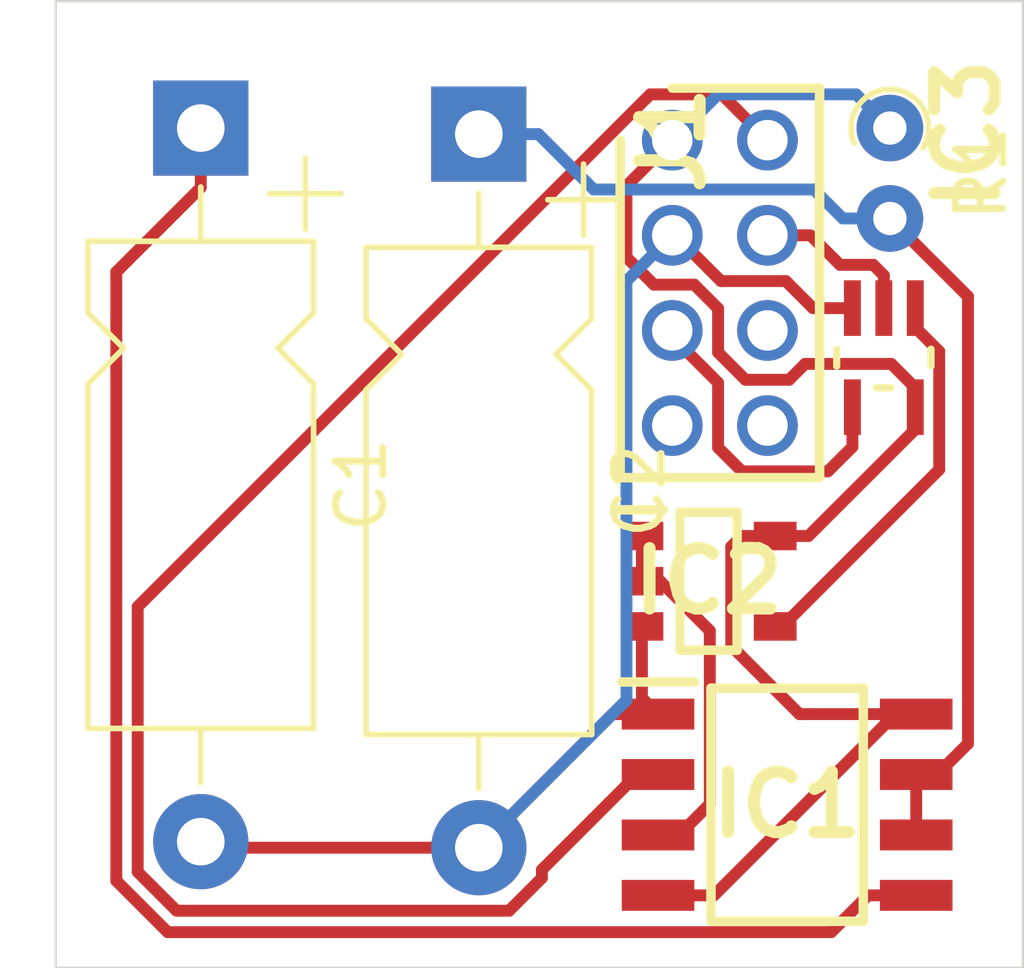
<source format=kicad_pcb>
(kicad_pcb (version 20171130) (host pcbnew "(5.1.0)-1")

  (general
    (thickness 1.6)
    (drawings 4)
    (tracks 97)
    (zones 0)
    (modules 7)
    (nets 13)
  )

  (page A4)
  (layers
    (0 F.Cu signal)
    (31 B.Cu signal)
    (32 B.Adhes user)
    (33 F.Adhes user)
    (34 B.Paste user)
    (35 F.Paste user)
    (36 B.SilkS user)
    (37 F.SilkS user)
    (38 B.Mask user)
    (39 F.Mask user)
    (40 Dwgs.User user)
    (41 Cmts.User user)
    (42 Eco1.User user)
    (43 Eco2.User user)
    (44 Edge.Cuts user)
    (45 Margin user)
    (46 B.CrtYd user)
    (47 F.CrtYd user)
    (48 B.Fab user)
    (49 F.Fab user)
  )

  (setup
    (last_trace_width 0.25)
    (trace_clearance 0.2)
    (zone_clearance 0.508)
    (zone_45_only no)
    (trace_min 0.2)
    (via_size 0.8)
    (via_drill 0.4)
    (via_min_size 0.4)
    (via_min_drill 0.3)
    (uvia_size 0.3)
    (uvia_drill 0.1)
    (uvias_allowed no)
    (uvia_min_size 0.2)
    (uvia_min_drill 0.1)
    (edge_width 0.05)
    (segment_width 0.2)
    (pcb_text_width 0.3)
    (pcb_text_size 1.5 1.5)
    (mod_edge_width 0.12)
    (mod_text_size 1 1)
    (mod_text_width 0.15)
    (pad_size 1.524 1.524)
    (pad_drill 0.762)
    (pad_to_mask_clearance 0.051)
    (solder_mask_min_width 0.25)
    (aux_axis_origin 0 0)
    (visible_elements 7FFFFFFF)
    (pcbplotparams
      (layerselection 0x010fc_ffffffff)
      (usegerberextensions false)
      (usegerberattributes false)
      (usegerberadvancedattributes false)
      (creategerberjobfile false)
      (excludeedgelayer true)
      (linewidth 0.100000)
      (plotframeref false)
      (viasonmask false)
      (mode 1)
      (useauxorigin false)
      (hpglpennumber 1)
      (hpglpenspeed 20)
      (hpglpendiameter 15.000000)
      (psnegative false)
      (psa4output false)
      (plotreference true)
      (plotvalue true)
      (plotinvisibletext false)
      (padsonsilk false)
      (subtractmaskfromsilk false)
      (outputformat 1)
      (mirror false)
      (drillshape 0)
      (scaleselection 1)
      (outputdirectory "Precharge/"))
  )

  (net 0 "")
  (net 1 /Gnd)
  (net 2 "Net-(C1-Pad1)")
  (net 3 "Net-(C2-Pad1)")
  (net 4 "Net-(IC1-Pad2)")
  (net 5 "Net-(IC1-Pad3)")
  (net 6 /Vcc)
  (net 7 "Net-(IC2-Pad4)")
  (net 8 /Voltage_Sensor)
  (net 9 "Net-(IC3-Pad4)")
  (net 10 "Net-(J1-Pad6)")
  (net 11 "Net-(J1-Pad7)")
  (net 12 "Net-(J1-Pad8)")

  (net_class Default "This is the default net class."
    (clearance 0.2)
    (trace_width 0.25)
    (via_dia 0.8)
    (via_drill 0.4)
    (uvia_dia 0.3)
    (uvia_drill 0.1)
    (add_net /Gnd)
    (add_net /Vcc)
    (add_net /Voltage_Sensor)
    (add_net "Net-(C1-Pad1)")
    (add_net "Net-(C2-Pad1)")
    (add_net "Net-(IC1-Pad2)")
    (add_net "Net-(IC1-Pad3)")
    (add_net "Net-(IC2-Pad4)")
    (add_net "Net-(IC3-Pad4)")
    (add_net "Net-(J1-Pad6)")
    (add_net "Net-(J1-Pad7)")
    (add_net "Net-(J1-Pad8)")
  )

  (module SamacSys_Parts:SHDR8W46P200_2X4_819X419X444P (layer F.Cu) (tedit 0) (tstamp 5D5D7429)
    (at 90.424 61.341 270)
    (descr 79107-7003_a)
    (tags Connector)
    (path /5D5D6AC9)
    (fp_text reference J1 (at 0 0 270) (layer F.SilkS)
      (effects (font (size 1.27 1.27) (thickness 0.254)))
    )
    (fp_text value 79107-7003 (at 0 0 270) (layer F.SilkS) hide
      (effects (font (size 1.27 1.27) (thickness 0.254)))
    )
    (fp_line (start -1.095 -3.095) (end -1.095 0) (layer F.SilkS) (width 0.2))
    (fp_line (start 7.095 -3.095) (end -1.095 -3.095) (layer F.SilkS) (width 0.2))
    (fp_line (start 7.095 1.095) (end 7.095 -3.095) (layer F.SilkS) (width 0.2))
    (fp_line (start 0 1.095) (end 7.095 1.095) (layer F.SilkS) (width 0.2))
    (fp_line (start 7.095 1.095) (end -1.095 1.095) (layer F.Fab) (width 0.1))
    (fp_line (start 7.095 -3.095) (end 7.095 1.095) (layer F.Fab) (width 0.1))
    (fp_line (start -1.095 -3.095) (end 7.095 -3.095) (layer F.Fab) (width 0.1))
    (fp_line (start -1.095 1.095) (end -1.095 -3.095) (layer F.Fab) (width 0.1))
    (fp_line (start 7.345 1.345) (end -1.345 1.345) (layer F.CrtYd) (width 0.05))
    (fp_line (start 7.345 -3.345) (end 7.345 1.345) (layer F.CrtYd) (width 0.05))
    (fp_line (start -1.345 -3.345) (end 7.345 -3.345) (layer F.CrtYd) (width 0.05))
    (fp_line (start -1.345 1.345) (end -1.345 -3.345) (layer F.CrtYd) (width 0.05))
    (fp_text user %R (at 0 0 270) (layer F.Fab)
      (effects (font (size 1.27 1.27) (thickness 0.254)))
    )
    (pad 8 thru_hole circle (at 6 -2 270) (size 1.275 1.275) (drill 0.85) (layers *.Cu *.Mask)
      (net 12 "Net-(J1-Pad8)"))
    (pad 7 thru_hole circle (at 6 0 270) (size 1.275 1.275) (drill 0.85) (layers *.Cu *.Mask)
      (net 11 "Net-(J1-Pad7)"))
    (pad 6 thru_hole circle (at 4 -2 270) (size 1.275 1.275) (drill 0.85) (layers *.Cu *.Mask)
      (net 10 "Net-(J1-Pad6)"))
    (pad 5 thru_hole circle (at 4 0 270) (size 1.275 1.275) (drill 0.85) (layers *.Cu *.Mask)
      (net 9 "Net-(IC3-Pad4)"))
    (pad 4 thru_hole circle (at 2 -2 270) (size 1.275 1.275) (drill 0.85) (layers *.Cu *.Mask)
      (net 8 /Voltage_Sensor))
    (pad 3 thru_hole circle (at 2 0 270) (size 1.275 1.275) (drill 0.85) (layers *.Cu *.Mask)
      (net 1 /Gnd))
    (pad 2 thru_hole circle (at 0 -2 270) (size 1.275 1.275) (drill 0.85) (layers *.Cu *.Mask)
      (net 4 "Net-(IC1-Pad2)"))
    (pad 1 thru_hole circle (at 0 0 270) (size 1.275 1.275) (drill 0.85) (layers *.Cu *.Mask)
      (net 6 /Vcc))
    (model "F:\\FS electric vehicle\\KiCAD Models\\SamacSys_Parts.3dshapes\\79107-7003.stp"
      (at (xyz 0 0 0))
      (scale (xyz 1 1 1))
      (rotate (xyz 0 0 0))
    )
  )

  (module SamacSys_Parts:NE555DR (layer F.Cu) (tedit 0) (tstamp 5D4C773F)
    (at 92.837 75.311)
    (descr "D (R-PDSO-G8)")
    (tags "Integrated Circuit")
    (path /5D4C2DF9)
    (attr smd)
    (fp_text reference IC1 (at 0 0) (layer F.SilkS)
      (effects (font (size 1.27 1.27) (thickness 0.254)))
    )
    (fp_text value LM555CN_NOPB (at 0 0) (layer F.SilkS) hide
      (effects (font (size 1.27 1.27) (thickness 0.254)))
    )
    (fp_line (start -3.725 -2.75) (end 3.725 -2.75) (layer Dwgs.User) (width 0.05))
    (fp_line (start 3.725 -2.75) (end 3.725 2.75) (layer Dwgs.User) (width 0.05))
    (fp_line (start 3.725 2.75) (end -3.725 2.75) (layer Dwgs.User) (width 0.05))
    (fp_line (start -3.725 2.75) (end -3.725 -2.75) (layer Dwgs.User) (width 0.05))
    (fp_line (start -1.95 -2.45) (end 1.95 -2.45) (layer Dwgs.User) (width 0.1))
    (fp_line (start 1.95 -2.45) (end 1.95 2.45) (layer Dwgs.User) (width 0.1))
    (fp_line (start 1.95 2.45) (end -1.95 2.45) (layer Dwgs.User) (width 0.1))
    (fp_line (start -1.95 2.45) (end -1.95 -2.45) (layer Dwgs.User) (width 0.1))
    (fp_line (start -1.95 -1.18) (end -0.68 -2.45) (layer Dwgs.User) (width 0.1))
    (fp_line (start -1.6 -2.45) (end 1.6 -2.45) (layer F.SilkS) (width 0.2))
    (fp_line (start 1.6 -2.45) (end 1.6 2.45) (layer F.SilkS) (width 0.2))
    (fp_line (start 1.6 2.45) (end -1.6 2.45) (layer F.SilkS) (width 0.2))
    (fp_line (start -1.6 2.45) (end -1.6 -2.45) (layer F.SilkS) (width 0.2))
    (fp_line (start -3.475 -2.58) (end -1.95 -2.58) (layer F.SilkS) (width 0.2))
    (pad 1 smd rect (at -2.712 -1.905 90) (size 0.65 1.525) (layers F.Cu F.Paste)
      (net 1 /Gnd))
    (pad 2 smd rect (at -2.712 -0.635 90) (size 0.65 1.525) (layers F.Cu F.Paste)
      (net 4 "Net-(IC1-Pad2)"))
    (pad 3 smd rect (at -2.712 0.635 90) (size 0.65 1.525) (layers F.Cu F.Paste)
      (net 5 "Net-(IC1-Pad3)"))
    (pad 4 smd rect (at -2.712 1.905 90) (size 0.65 1.525) (layers F.Cu F.Paste)
      (net 6 /Vcc))
    (pad 5 smd rect (at 2.712 1.905 90) (size 0.65 1.525) (layers F.Cu F.Paste)
      (net 2 "Net-(C1-Pad1)"))
    (pad 6 smd rect (at 2.712 0.635 90) (size 0.65 1.525) (layers F.Cu F.Paste)
      (net 3 "Net-(C2-Pad1)"))
    (pad 7 smd rect (at 2.712 -0.635 90) (size 0.65 1.525) (layers F.Cu F.Paste)
      (net 3 "Net-(C2-Pad1)"))
    (pad 8 smd rect (at 2.712 -1.905 90) (size 0.65 1.525) (layers F.Cu F.Paste)
      (net 6 /Vcc))
    (model "F:\\FS electric vehicle\\KiCAD Models\\SamacSys_Parts.3dshapes\\NE555DR.stp"
      (at (xyz 0 0 0))
      (scale (xyz 1 1 1))
      (rotate (xyz 0 0 0))
    )
  )

  (module Capacitor_THT:CP_Axial_L10.0mm_D4.5mm_P15.00mm_Horizontal (layer F.Cu) (tedit 5AE50EF2) (tstamp 5D60212C)
    (at 86.36 61.214 270)
    (descr "CP, Axial series, Axial, Horizontal, pin pitch=15mm, , length*diameter=10*4.5mm^2, Electrolytic Capacitor, , http://www.vishay.com/docs/28325/021asm.pdf")
    (tags "CP Axial series Axial Horizontal pin pitch 15mm  length 10mm diameter 4.5mm Electrolytic Capacitor")
    (path /5D358DFB)
    (fp_text reference C2 (at 7.5 -3.37 270) (layer F.SilkS)
      (effects (font (size 1 1) (thickness 0.15)))
    )
    (fp_text value 100u (at 7.5 3.37 270) (layer F.Fab)
      (effects (font (size 1 1) (thickness 0.15)))
    )
    (fp_line (start 2.5 -2.25) (end 2.5 2.25) (layer F.Fab) (width 0.1))
    (fp_line (start 12.5 -2.25) (end 12.5 2.25) (layer F.Fab) (width 0.1))
    (fp_line (start 2.5 -2.25) (end 3.88 -2.25) (layer F.Fab) (width 0.1))
    (fp_line (start 3.88 -2.25) (end 4.63 -1.5) (layer F.Fab) (width 0.1))
    (fp_line (start 4.63 -1.5) (end 5.38 -2.25) (layer F.Fab) (width 0.1))
    (fp_line (start 5.38 -2.25) (end 12.5 -2.25) (layer F.Fab) (width 0.1))
    (fp_line (start 2.5 2.25) (end 3.88 2.25) (layer F.Fab) (width 0.1))
    (fp_line (start 3.88 2.25) (end 4.63 1.5) (layer F.Fab) (width 0.1))
    (fp_line (start 4.63 1.5) (end 5.38 2.25) (layer F.Fab) (width 0.1))
    (fp_line (start 5.38 2.25) (end 12.5 2.25) (layer F.Fab) (width 0.1))
    (fp_line (start 0 0) (end 2.5 0) (layer F.Fab) (width 0.1))
    (fp_line (start 15 0) (end 12.5 0) (layer F.Fab) (width 0.1))
    (fp_line (start 3.9 0) (end 5.4 0) (layer F.Fab) (width 0.1))
    (fp_line (start 4.65 -0.75) (end 4.65 0.75) (layer F.Fab) (width 0.1))
    (fp_line (start 0.63 -2.2) (end 2.13 -2.2) (layer F.SilkS) (width 0.12))
    (fp_line (start 1.38 -2.95) (end 1.38 -1.45) (layer F.SilkS) (width 0.12))
    (fp_line (start 2.38 -2.37) (end 2.38 2.37) (layer F.SilkS) (width 0.12))
    (fp_line (start 12.62 -2.37) (end 12.62 2.37) (layer F.SilkS) (width 0.12))
    (fp_line (start 2.38 -2.37) (end 3.88 -2.37) (layer F.SilkS) (width 0.12))
    (fp_line (start 3.88 -2.37) (end 4.63 -1.62) (layer F.SilkS) (width 0.12))
    (fp_line (start 4.63 -1.62) (end 5.38 -2.37) (layer F.SilkS) (width 0.12))
    (fp_line (start 5.38 -2.37) (end 12.62 -2.37) (layer F.SilkS) (width 0.12))
    (fp_line (start 2.38 2.37) (end 3.88 2.37) (layer F.SilkS) (width 0.12))
    (fp_line (start 3.88 2.37) (end 4.63 1.62) (layer F.SilkS) (width 0.12))
    (fp_line (start 4.63 1.62) (end 5.38 2.37) (layer F.SilkS) (width 0.12))
    (fp_line (start 5.38 2.37) (end 12.62 2.37) (layer F.SilkS) (width 0.12))
    (fp_line (start 1.24 0) (end 2.38 0) (layer F.SilkS) (width 0.12))
    (fp_line (start 13.76 0) (end 12.62 0) (layer F.SilkS) (width 0.12))
    (fp_line (start -1.25 -2.5) (end -1.25 2.5) (layer F.CrtYd) (width 0.05))
    (fp_line (start -1.25 2.5) (end 16.25 2.5) (layer F.CrtYd) (width 0.05))
    (fp_line (start 16.25 2.5) (end 16.25 -2.5) (layer F.CrtYd) (width 0.05))
    (fp_line (start 16.25 -2.5) (end -1.25 -2.5) (layer F.CrtYd) (width 0.05))
    (fp_text user %R (at 7.5 0 180) (layer F.Fab)
      (effects (font (size 1 1) (thickness 0.15)))
    )
    (pad 1 thru_hole rect (at 0 0 270) (size 2 2) (drill 1) (layers *.Cu *.Mask)
      (net 3 "Net-(C2-Pad1)"))
    (pad 2 thru_hole oval (at 15 0 270) (size 2 2) (drill 1) (layers *.Cu *.Mask)
      (net 1 /Gnd))
    (model ${KISYS3DMOD}/Capacitor_THT.3dshapes/CP_Axial_L10.0mm_D4.5mm_P15.00mm_Horizontal.wrl
      (at (xyz 0 0 0))
      (scale (xyz 1 1 1))
      (rotate (xyz 0 0 0))
    )
  )

  (module Capacitor_THT:CP_Axial_L10.0mm_D4.5mm_P15.00mm_Horizontal (layer F.Cu) (tedit 5AE50EF2) (tstamp 5D602005)
    (at 80.518 61.087 270)
    (descr "CP, Axial series, Axial, Horizontal, pin pitch=15mm, , length*diameter=10*4.5mm^2, Electrolytic Capacitor, , http://www.vishay.com/docs/28325/021asm.pdf")
    (tags "CP Axial series Axial Horizontal pin pitch 15mm  length 10mm diameter 4.5mm Electrolytic Capacitor")
    (path /5D359270)
    (fp_text reference C1 (at 7.5 -3.37 270) (layer F.SilkS)
      (effects (font (size 1 1) (thickness 0.15)))
    )
    (fp_text value 0.1u (at 7.5 3.37 270) (layer F.Fab)
      (effects (font (size 1 1) (thickness 0.15)))
    )
    (fp_text user %R (at 7.5 0 270) (layer F.Fab)
      (effects (font (size 1 1) (thickness 0.15)))
    )
    (fp_line (start 16.25 -2.5) (end -1.25 -2.5) (layer F.CrtYd) (width 0.05))
    (fp_line (start 16.25 2.5) (end 16.25 -2.5) (layer F.CrtYd) (width 0.05))
    (fp_line (start -1.25 2.5) (end 16.25 2.5) (layer F.CrtYd) (width 0.05))
    (fp_line (start -1.25 -2.5) (end -1.25 2.5) (layer F.CrtYd) (width 0.05))
    (fp_line (start 13.76 0) (end 12.62 0) (layer F.SilkS) (width 0.12))
    (fp_line (start 1.24 0) (end 2.38 0) (layer F.SilkS) (width 0.12))
    (fp_line (start 5.38 2.37) (end 12.62 2.37) (layer F.SilkS) (width 0.12))
    (fp_line (start 4.63 1.62) (end 5.38 2.37) (layer F.SilkS) (width 0.12))
    (fp_line (start 3.88 2.37) (end 4.63 1.62) (layer F.SilkS) (width 0.12))
    (fp_line (start 2.38 2.37) (end 3.88 2.37) (layer F.SilkS) (width 0.12))
    (fp_line (start 5.38 -2.37) (end 12.62 -2.37) (layer F.SilkS) (width 0.12))
    (fp_line (start 4.63 -1.62) (end 5.38 -2.37) (layer F.SilkS) (width 0.12))
    (fp_line (start 3.88 -2.37) (end 4.63 -1.62) (layer F.SilkS) (width 0.12))
    (fp_line (start 2.38 -2.37) (end 3.88 -2.37) (layer F.SilkS) (width 0.12))
    (fp_line (start 12.62 -2.37) (end 12.62 2.37) (layer F.SilkS) (width 0.12))
    (fp_line (start 2.38 -2.37) (end 2.38 2.37) (layer F.SilkS) (width 0.12))
    (fp_line (start 1.38 -2.95) (end 1.38 -1.45) (layer F.SilkS) (width 0.12))
    (fp_line (start 0.63 -2.2) (end 2.13 -2.2) (layer F.SilkS) (width 0.12))
    (fp_line (start 4.65 -0.75) (end 4.65 0.75) (layer F.Fab) (width 0.1))
    (fp_line (start 3.9 0) (end 5.4 0) (layer F.Fab) (width 0.1))
    (fp_line (start 15 0) (end 12.5 0) (layer F.Fab) (width 0.1))
    (fp_line (start 0 0) (end 2.5 0) (layer F.Fab) (width 0.1))
    (fp_line (start 5.38 2.25) (end 12.5 2.25) (layer F.Fab) (width 0.1))
    (fp_line (start 4.63 1.5) (end 5.38 2.25) (layer F.Fab) (width 0.1))
    (fp_line (start 3.88 2.25) (end 4.63 1.5) (layer F.Fab) (width 0.1))
    (fp_line (start 2.5 2.25) (end 3.88 2.25) (layer F.Fab) (width 0.1))
    (fp_line (start 5.38 -2.25) (end 12.5 -2.25) (layer F.Fab) (width 0.1))
    (fp_line (start 4.63 -1.5) (end 5.38 -2.25) (layer F.Fab) (width 0.1))
    (fp_line (start 3.88 -2.25) (end 4.63 -1.5) (layer F.Fab) (width 0.1))
    (fp_line (start 2.5 -2.25) (end 3.88 -2.25) (layer F.Fab) (width 0.1))
    (fp_line (start 12.5 -2.25) (end 12.5 2.25) (layer F.Fab) (width 0.1))
    (fp_line (start 2.5 -2.25) (end 2.5 2.25) (layer F.Fab) (width 0.1))
    (pad 2 thru_hole oval (at 15 0 270) (size 2 2) (drill 1) (layers *.Cu *.Mask)
      (net 1 /Gnd))
    (pad 1 thru_hole rect (at 0 0 270) (size 2 2) (drill 1) (layers *.Cu *.Mask)
      (net 2 "Net-(C1-Pad1)"))
    (model ${KISYS3DMOD}/Capacitor_THT.3dshapes/CP_Axial_L10.0mm_D4.5mm_P15.00mm_Horizontal.wrl
      (at (xyz 0 0 0))
      (scale (xyz 1 1 1))
      (rotate (xyz 0 0 0))
    )
  )

  (module SamacSys_Parts:SOT95P280X125-5N (layer F.Cu) (tedit 0) (tstamp 5D601EDE)
    (at 91.186 70.612)
    (descr SSOP5)
    (tags "Integrated Circuit")
    (path /5D4D8A5D)
    (attr smd)
    (fp_text reference IC2 (at 0 0) (layer F.SilkS)
      (effects (font (size 1.27 1.27) (thickness 0.254)))
    )
    (fp_text value BU4S11G2-TR (at 0 0) (layer F.SilkS) hide
      (effects (font (size 1.27 1.27) (thickness 0.254)))
    )
    (fp_text user %R (at 0 0) (layer F.Fab)
      (effects (font (size 1.27 1.27) (thickness 0.254)))
    )
    (fp_line (start -2.1 -1.8) (end 2.1 -1.8) (layer F.CrtYd) (width 0.05))
    (fp_line (start 2.1 -1.8) (end 2.1 1.8) (layer F.CrtYd) (width 0.05))
    (fp_line (start 2.1 1.8) (end -2.1 1.8) (layer F.CrtYd) (width 0.05))
    (fp_line (start -2.1 1.8) (end -2.1 -1.8) (layer F.CrtYd) (width 0.05))
    (fp_line (start -0.825 -1.45) (end 0.825 -1.45) (layer F.Fab) (width 0.1))
    (fp_line (start 0.825 -1.45) (end 0.825 1.45) (layer F.Fab) (width 0.1))
    (fp_line (start 0.825 1.45) (end -0.825 1.45) (layer F.Fab) (width 0.1))
    (fp_line (start -0.825 1.45) (end -0.825 -1.45) (layer F.Fab) (width 0.1))
    (fp_line (start -0.825 -0.5) (end 0.125 -1.45) (layer F.Fab) (width 0.1))
    (fp_line (start -0.6 -1.45) (end 0.6 -1.45) (layer F.SilkS) (width 0.2))
    (fp_line (start 0.6 -1.45) (end 0.6 1.45) (layer F.SilkS) (width 0.2))
    (fp_line (start 0.6 1.45) (end -0.6 1.45) (layer F.SilkS) (width 0.2))
    (fp_line (start -0.6 1.45) (end -0.6 -1.45) (layer F.SilkS) (width 0.2))
    (fp_line (start -1.85 -1.5) (end -0.95 -1.5) (layer F.SilkS) (width 0.2))
    (pad 1 smd rect (at -1.4 -0.95 90) (size 0.6 0.9) (layers F.Cu F.Paste F.Mask)
      (net 5 "Net-(IC1-Pad3)"))
    (pad 2 smd rect (at -1.4 0 90) (size 0.6 0.9) (layers F.Cu F.Paste F.Mask)
      (net 5 "Net-(IC1-Pad3)"))
    (pad 3 smd rect (at -1.4 0.95 90) (size 0.6 0.9) (layers F.Cu F.Paste F.Mask)
      (net 1 /Gnd))
    (pad 4 smd rect (at 1.4 0.95 90) (size 0.6 0.9) (layers F.Cu F.Paste F.Mask)
      (net 7 "Net-(IC2-Pad4)"))
    (pad 5 smd rect (at 1.4 -0.95 90) (size 0.6 0.9) (layers F.Cu F.Paste F.Mask)
      (net 6 /Vcc))
    (model "F:\\FS electric vehicle\\KiCAD Models\\SamacSys_Parts.3dshapes\\BU4S81G2-TR.stp"
      (at (xyz 0 0 0))
      (scale (xyz 1 1 1))
      (rotate (xyz 0 0 0))
    )
  )

  (module SamacSys_Parts:SOT65P210X110-5N (layer F.Cu) (tedit 0) (tstamp 5D4C7783)
    (at 94.869 65.913 270)
    (descr SOT65P210X110-5N)
    (tags "Integrated Circuit")
    (path /5D4E7AA5)
    (attr smd)
    (fp_text reference IC3 (at -4.699 -1.7526 270) (layer F.SilkS)
      (effects (font (size 1.27 1.27) (thickness 0.254)))
    )
    (fp_text value BU4S81G2-TR (at -4.699 -1.7526 270) (layer F.SilkS) hide
      (effects (font (size 1.27 1.27) (thickness 0.254)))
    )
    (fp_text user %R (at -4.699 -1.7526 270) (layer F.Fab)
      (effects (font (size 1.27 1.27) (thickness 0.254)))
    )
    (fp_line (start -0.1778 0.9906) (end 0.1778 0.9906) (layer F.SilkS) (width 0.1524))
    (fp_line (start 0.635 0.1524) (end 0.635 -0.1524) (layer F.SilkS) (width 0.1524))
    (fp_line (start 0.1778 -0.9906) (end -0.1778 -0.9906) (layer F.SilkS) (width 0.1524))
    (fp_line (start -0.635 0.9906) (end 0.635 0.9906) (layer F.Fab) (width 0.1524))
    (fp_line (start 0.635 0.9906) (end 0.635 0.7874) (layer F.Fab) (width 0.1524))
    (fp_line (start 0.635 0.7874) (end 0.635 0.508) (layer F.Fab) (width 0.1524))
    (fp_line (start 0.635 0.508) (end 0.635 -0.508) (layer F.Fab) (width 0.1524))
    (fp_line (start 0.635 -0.9906) (end 0.3048 -0.9906) (layer F.Fab) (width 0.1524))
    (fp_line (start 0.3048 -0.9906) (end -0.3048 -0.9906) (layer F.Fab) (width 0.1524))
    (fp_line (start -0.3048 -0.9906) (end -0.635 -0.9906) (layer F.Fab) (width 0.1524))
    (fp_line (start -0.635 -0.9906) (end -0.635 -0.7874) (layer F.Fab) (width 0.1524))
    (fp_line (start -0.635 -0.7874) (end -0.635 -0.508) (layer F.Fab) (width 0.1524))
    (fp_line (start -0.635 -0.508) (end -0.635 -0.1524) (layer F.Fab) (width 0.1524))
    (fp_line (start -0.635 -0.1524) (end -0.635 0.1524) (layer F.Fab) (width 0.1524))
    (fp_line (start -0.635 0.1524) (end -0.635 0.508) (layer F.Fab) (width 0.1524))
    (fp_line (start -0.635 -0.7874) (end -1.1938 -0.7874) (layer F.Fab) (width 0.1524))
    (fp_line (start -1.1938 -0.7874) (end -1.1938 -0.508) (layer F.Fab) (width 0.1524))
    (fp_line (start -1.1938 -0.508) (end -0.635 -0.508) (layer F.Fab) (width 0.1524))
    (fp_line (start -0.635 -0.1524) (end -1.1938 -0.1524) (layer F.Fab) (width 0.1524))
    (fp_line (start -1.1938 -0.1524) (end -1.1938 0.1524) (layer F.Fab) (width 0.1524))
    (fp_line (start -1.1938 0.1524) (end -0.635 0.1524) (layer F.Fab) (width 0.1524))
    (fp_line (start -0.635 0.9906) (end -0.635 0.7874) (layer F.Fab) (width 0.1524))
    (fp_line (start -0.635 0.7874) (end -0.635 0.508) (layer F.Fab) (width 0.1524))
    (fp_line (start -0.635 0.508) (end -1.1938 0.508) (layer F.Fab) (width 0.1524))
    (fp_line (start -1.1938 0.508) (end -1.1938 0.7874) (layer F.Fab) (width 0.1524))
    (fp_line (start -1.1938 0.7874) (end -0.635 0.7874) (layer F.Fab) (width 0.1524))
    (fp_line (start 0.635 0.7874) (end 1.1938 0.7874) (layer F.Fab) (width 0.1524))
    (fp_line (start 1.1938 0.7874) (end 1.1938 0.508) (layer F.Fab) (width 0.1524))
    (fp_line (start 1.1938 0.508) (end 0.635 0.508) (layer F.Fab) (width 0.1524))
    (fp_line (start 0.635 -0.9906) (end 0.635 -0.7874) (layer F.Fab) (width 0.1524))
    (fp_line (start 0.635 -0.7874) (end 0.635 -0.508) (layer F.Fab) (width 0.1524))
    (fp_line (start 0.635 -0.508) (end 1.1938 -0.508) (layer F.Fab) (width 0.1524))
    (fp_line (start 1.1938 -0.508) (end 1.1938 -0.7874) (layer F.Fab) (width 0.1524))
    (fp_line (start 1.1938 -0.7874) (end 0.635 -0.7874) (layer F.Fab) (width 0.1524))
    (pad 1 smd rect (at -1.0414 -0.6604) (size 0.3556 1.1684) (layers F.Cu F.Paste F.Mask)
      (net 7 "Net-(IC2-Pad4)"))
    (pad 2 smd rect (at -1.0414 0) (size 0.3556 1.1684) (layers F.Cu F.Paste F.Mask)
      (net 8 /Voltage_Sensor))
    (pad 3 smd rect (at -1.0414 0.6604) (size 0.3556 1.1684) (layers F.Cu F.Paste F.Mask)
      (net 1 /Gnd))
    (pad 4 smd rect (at 1.0414 0.6604) (size 0.3556 1.1684) (layers F.Cu F.Paste F.Mask)
      (net 9 "Net-(IC3-Pad4)"))
    (pad 5 smd rect (at 1.0414 -0.6604) (size 0.3556 1.1684) (layers F.Cu F.Paste F.Mask)
      (net 6 /Vcc))
  )

  (module Resistor_THT:R_Axial_DIN0204_L3.6mm_D1.6mm_P1.90mm_Vertical (layer F.Cu) (tedit 5AE5139B) (tstamp 5D4C77AA)
    (at 94.996 61.087 270)
    (descr "Resistor, Axial_DIN0204 series, Axial, Vertical, pin pitch=1.9mm, 0.167W, length*diameter=3.6*1.6mm^2, http://cdn-reichelt.de/documents/datenblatt/B400/1_4W%23YAG.pdf")
    (tags "Resistor Axial_DIN0204 series Axial Vertical pin pitch 1.9mm 0.167W length 3.6mm diameter 1.6mm")
    (path /5D358423)
    (fp_text reference R1 (at 0.95 -1.92 270) (layer F.SilkS)
      (effects (font (size 1 1) (thickness 0.15)))
    )
    (fp_text value 10k (at 0.95 1.92 270) (layer F.Fab)
      (effects (font (size 1 1) (thickness 0.15)))
    )
    (fp_arc (start 0 0) (end 0.417133 -0.7) (angle -233.92106) (layer F.SilkS) (width 0.12))
    (fp_circle (center 0 0) (end 0.8 0) (layer F.Fab) (width 0.1))
    (fp_line (start 0 0) (end 1.9 0) (layer F.Fab) (width 0.1))
    (fp_line (start -1.05 -1.05) (end -1.05 1.05) (layer F.CrtYd) (width 0.05))
    (fp_line (start -1.05 1.05) (end 2.86 1.05) (layer F.CrtYd) (width 0.05))
    (fp_line (start 2.86 1.05) (end 2.86 -1.05) (layer F.CrtYd) (width 0.05))
    (fp_line (start 2.86 -1.05) (end -1.05 -1.05) (layer F.CrtYd) (width 0.05))
    (fp_text user %R (at 0.95 -1.92 270) (layer F.Fab)
      (effects (font (size 1 1) (thickness 0.15)))
    )
    (pad 1 thru_hole circle (at 0 0 270) (size 1.4 1.4) (drill 0.7) (layers *.Cu *.Mask)
      (net 6 /Vcc))
    (pad 2 thru_hole oval (at 1.9 0 270) (size 1.4 1.4) (drill 0.7) (layers *.Cu *.Mask)
      (net 3 "Net-(C2-Pad1)"))
    (model ${KISYS3DMOD}/Resistor_THT.3dshapes/R_Axial_DIN0204_L3.6mm_D1.6mm_P1.90mm_Vertical.wrl
      (at (xyz 0 0 0))
      (scale (xyz 1 1 1))
      (rotate (xyz 0 0 0))
    )
  )

  (gr_line (start 77.47 78.74) (end 77.47 58.42) (layer Edge.Cuts) (width 0.05) (tstamp 5D602ADA))
  (gr_line (start 97.79 78.74) (end 77.47 78.74) (layer Edge.Cuts) (width 0.05))
  (gr_line (start 97.79 58.42) (end 97.79 78.74) (layer Edge.Cuts) (width 0.05))
  (gr_line (start 77.47 58.42) (end 97.79 58.42) (layer Edge.Cuts) (width 0.05))

  (segment (start 89.786 73.067) (end 90.125 73.406) (width 0.25) (layer F.Cu) (net 1))
  (segment (start 89.786 71.562) (end 89.786 73.067) (width 0.25) (layer F.Cu) (net 1))
  (segment (start 80.645 76.214) (end 80.518 76.087) (width 0.25) (layer F.Cu) (net 1))
  (segment (start 86.36 76.214) (end 80.645 76.214) (width 0.25) (layer F.Cu) (net 1))
  (segment (start 89.786501 63.978499) (end 90.424 63.341) (width 0.25) (layer B.Cu) (net 1))
  (segment (start 89.461499 64.303501) (end 89.786501 63.978499) (width 0.25) (layer B.Cu) (net 1))
  (segment (start 89.461499 73.112501) (end 89.461499 64.303501) (width 0.25) (layer B.Cu) (net 1))
  (segment (start 86.36 76.214) (end 89.461499 73.112501) (width 0.25) (layer B.Cu) (net 1))
  (segment (start 90.484912 63.341) (end 90.424 63.341) (width 0.25) (layer F.Cu) (net 1))
  (segment (start 91.447413 64.303501) (end 90.484912 63.341) (width 0.25) (layer F.Cu) (net 1))
  (segment (start 92.811003 64.303501) (end 91.447413 64.303501) (width 0.25) (layer F.Cu) (net 1))
  (segment (start 93.379102 64.8716) (end 92.811003 64.303501) (width 0.25) (layer F.Cu) (net 1))
  (segment (start 94.2086 64.8716) (end 93.379102 64.8716) (width 0.25) (layer F.Cu) (net 1))
  (segment (start 87.359999 75.214001) (end 86.36 76.214) (width 0.25) (layer F.Cu) (net 1))
  (segment (start 89.168 73.406) (end 87.359999 75.214001) (width 0.25) (layer F.Cu) (net 1))
  (segment (start 90.125 73.406) (end 89.168 73.406) (width 0.25) (layer F.Cu) (net 1))
  (segment (start 80.518 62.337) (end 80.518 61.087) (width 0.25) (layer F.Cu) (net 2))
  (segment (start 78.742989 64.112011) (end 80.518 62.337) (width 0.25) (layer F.Cu) (net 2))
  (segment (start 78.742989 76.909401) (end 78.742989 64.112011) (width 0.25) (layer F.Cu) (net 2))
  (segment (start 79.822598 77.98901) (end 78.742989 76.909401) (width 0.25) (layer F.Cu) (net 2))
  (segment (start 93.763489 77.989011) (end 79.822598 77.98901) (width 0.25) (layer F.Cu) (net 2))
  (segment (start 94.5365 77.216) (end 93.763489 77.989011) (width 0.25) (layer F.Cu) (net 2))
  (segment (start 95.549 77.216) (end 94.5365 77.216) (width 0.25) (layer F.Cu) (net 2))
  (segment (start 95.549 74.676) (end 95.549 75.946) (width 0.25) (layer F.Cu) (net 3))
  (segment (start 95.695999 63.686999) (end 94.996 62.987) (width 0.25) (layer F.Cu) (net 3))
  (segment (start 96.636501 64.627501) (end 95.695999 63.686999) (width 0.25) (layer F.Cu) (net 3))
  (segment (start 96.636501 74.025999) (end 96.636501 64.627501) (width 0.25) (layer F.Cu) (net 3))
  (segment (start 95.9865 74.676) (end 96.636501 74.025999) (width 0.25) (layer F.Cu) (net 3))
  (segment (start 95.549 74.676) (end 95.9865 74.676) (width 0.25) (layer F.Cu) (net 3))
  (segment (start 94.006051 62.987) (end 94.996 62.987) (width 0.25) (layer B.Cu) (net 3))
  (segment (start 93.39755 62.378499) (end 94.006051 62.987) (width 0.25) (layer B.Cu) (net 3))
  (segment (start 88.774499 62.378499) (end 93.39755 62.378499) (width 0.25) (layer B.Cu) (net 3))
  (segment (start 87.61 61.214) (end 88.774499 62.378499) (width 0.25) (layer B.Cu) (net 3))
  (segment (start 86.36 61.214) (end 87.61 61.214) (width 0.25) (layer B.Cu) (net 3))
  (segment (start 91.786501 60.703501) (end 92.424 61.341) (width 0.25) (layer F.Cu) (net 4))
  (segment (start 79.192999 71.147499) (end 89.961999 60.378499) (width 0.25) (layer F.Cu) (net 4))
  (segment (start 79.192999 76.723001) (end 79.192999 71.147499) (width 0.25) (layer F.Cu) (net 4))
  (segment (start 89.961999 60.378499) (end 91.461499 60.378499) (width 0.25) (layer F.Cu) (net 4))
  (segment (start 87.685001 76.850001) (end 86.996001 77.539001) (width 0.25) (layer F.Cu) (net 4))
  (segment (start 91.461499 60.378499) (end 91.786501 60.703501) (width 0.25) (layer F.Cu) (net 4))
  (segment (start 86.996001 77.539001) (end 80.008999 77.539001) (width 0.25) (layer F.Cu) (net 4))
  (segment (start 87.685001 76.678499) (end 87.685001 76.850001) (width 0.25) (layer F.Cu) (net 4))
  (segment (start 80.008999 77.539001) (end 79.192999 76.723001) (width 0.25) (layer F.Cu) (net 4))
  (segment (start 89.6875 74.676) (end 87.685001 76.678499) (width 0.25) (layer F.Cu) (net 4))
  (segment (start 90.125 74.676) (end 89.6875 74.676) (width 0.25) (layer F.Cu) (net 4))
  (segment (start 89.786 69.662) (end 89.786 70.612) (width 0.25) (layer F.Cu) (net 5))
  (segment (start 90.5625 75.946) (end 90.125 75.946) (width 0.25) (layer F.Cu) (net 5))
  (segment (start 91.212501 75.295999) (end 90.5625 75.946) (width 0.25) (layer F.Cu) (net 5))
  (segment (start 91.212501 71.653499) (end 91.212501 75.295999) (width 0.25) (layer F.Cu) (net 5))
  (segment (start 90.171002 70.612) (end 91.212501 71.653499) (width 0.25) (layer F.Cu) (net 5))
  (segment (start 89.786 70.612) (end 90.171002 70.612) (width 0.25) (layer F.Cu) (net 5))
  (segment (start 93.286 69.662) (end 92.586 69.662) (width 0.25) (layer F.Cu) (net 6))
  (segment (start 95.5294 67.4186) (end 93.286 69.662) (width 0.25) (layer F.Cu) (net 6))
  (segment (start 95.5294 66.9544) (end 95.5294 67.4186) (width 0.25) (layer F.Cu) (net 6))
  (segment (start 95.1115 73.406) (end 95.549 73.406) (width 0.25) (layer F.Cu) (net 6))
  (segment (start 91.3015 77.216) (end 95.1115 73.406) (width 0.25) (layer F.Cu) (net 6))
  (segment (start 90.125 77.216) (end 91.3015 77.216) (width 0.25) (layer F.Cu) (net 6))
  (segment (start 94.5365 73.406) (end 95.549 73.406) (width 0.25) (layer F.Cu) (net 6))
  (segment (start 93.094998 73.406) (end 94.5365 73.406) (width 0.25) (layer F.Cu) (net 6))
  (segment (start 91.662511 71.973513) (end 93.094998 73.406) (width 0.25) (layer F.Cu) (net 6))
  (segment (start 91.662511 69.885489) (end 91.662511 71.973513) (width 0.25) (layer F.Cu) (net 6))
  (segment (start 91.886 69.662) (end 91.662511 69.885489) (width 0.25) (layer F.Cu) (net 6))
  (segment (start 92.586 69.662) (end 91.886 69.662) (width 0.25) (layer F.Cu) (net 6))
  (segment (start 91.061499 60.703501) (end 90.424 61.341) (width 0.25) (layer B.Cu) (net 6))
  (segment (start 91.386501 60.378499) (end 91.061499 60.703501) (width 0.25) (layer B.Cu) (net 6))
  (segment (start 94.287499 60.378499) (end 91.386501 60.378499) (width 0.25) (layer B.Cu) (net 6))
  (segment (start 94.996 61.087) (end 94.287499 60.378499) (width 0.25) (layer B.Cu) (net 6))
  (segment (start 89.461499 62.303501) (end 89.786501 61.978499) (width 0.25) (layer F.Cu) (net 6))
  (segment (start 89.461499 63.803001) (end 89.461499 62.303501) (width 0.25) (layer F.Cu) (net 6))
  (segment (start 90.036997 64.378499) (end 89.461499 63.803001) (width 0.25) (layer F.Cu) (net 6))
  (segment (start 90.886001 64.378499) (end 90.036997 64.378499) (width 0.25) (layer F.Cu) (net 6))
  (segment (start 91.386501 65.803001) (end 91.386501 64.878999) (width 0.25) (layer F.Cu) (net 6))
  (segment (start 91.961999 66.378499) (end 91.386501 65.803001) (width 0.25) (layer F.Cu) (net 6))
  (segment (start 92.879501 66.378499) (end 91.961999 66.378499) (width 0.25) (layer F.Cu) (net 6))
  (segment (start 91.386501 64.878999) (end 90.886001 64.378499) (width 0.25) (layer F.Cu) (net 6))
  (segment (start 93.212801 66.045199) (end 92.879501 66.378499) (width 0.25) (layer F.Cu) (net 6))
  (segment (start 95.026599 66.045199) (end 93.212801 66.045199) (width 0.25) (layer F.Cu) (net 6))
  (segment (start 95.5294 66.548) (end 95.026599 66.045199) (width 0.25) (layer F.Cu) (net 6))
  (segment (start 89.786501 61.978499) (end 90.424 61.341) (width 0.25) (layer F.Cu) (net 6))
  (segment (start 95.5294 66.9544) (end 95.5294 66.548) (width 0.25) (layer F.Cu) (net 6))
  (segment (start 92.736 71.562) (end 92.586 71.562) (width 0.25) (layer F.Cu) (net 7))
  (segment (start 96.032201 68.265799) (end 92.736 71.562) (width 0.25) (layer F.Cu) (net 7))
  (segment (start 96.032201 65.780801) (end 96.032201 68.265799) (width 0.25) (layer F.Cu) (net 7))
  (segment (start 95.5294 65.278) (end 96.032201 65.780801) (width 0.25) (layer F.Cu) (net 7))
  (segment (start 95.5294 64.8716) (end 95.5294 65.278) (width 0.25) (layer F.Cu) (net 7))
  (segment (start 93.325561 63.341) (end 92.424 63.341) (width 0.25) (layer F.Cu) (net 8))
  (segment (start 93.94696 63.962399) (end 93.325561 63.341) (width 0.25) (layer F.Cu) (net 8))
  (segment (start 94.646401 63.962399) (end 93.94696 63.962399) (width 0.25) (layer F.Cu) (net 8))
  (segment (start 94.869 64.184998) (end 94.646401 63.962399) (width 0.25) (layer F.Cu) (net 8))
  (segment (start 94.869 64.8716) (end 94.869 64.184998) (width 0.25) (layer F.Cu) (net 8))
  (segment (start 91.386501 66.439411) (end 90.424 65.47691) (width 0.25) (layer F.Cu) (net 9))
  (segment (start 91.386501 67.803001) (end 91.386501 66.439411) (width 0.25) (layer F.Cu) (net 9))
  (segment (start 91.887001 68.303501) (end 91.386501 67.803001) (width 0.25) (layer F.Cu) (net 9))
  (segment (start 93.693699 68.303501) (end 91.887001 68.303501) (width 0.25) (layer F.Cu) (net 9))
  (segment (start 94.2086 67.7886) (end 93.693699 68.303501) (width 0.25) (layer F.Cu) (net 9))
  (segment (start 90.424 65.47691) (end 90.424 65.341) (width 0.25) (layer F.Cu) (net 9))
  (segment (start 94.2086 66.9544) (end 94.2086 67.7886) (width 0.25) (layer F.Cu) (net 9))

)

</source>
